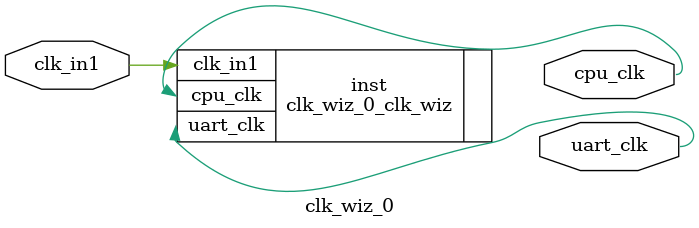
<source format=v>


`timescale 1ps/1ps

(* CORE_GENERATION_INFO = "clk_wiz_0,clk_wiz_v5_4_3_0,{component_name=clk_wiz_0,use_phase_alignment=true,use_min_o_jitter=false,use_max_i_jitter=false,use_dyn_phase_shift=false,use_inclk_switchover=false,use_dyn_reconfig=false,enable_axi=0,feedback_source=FDBK_AUTO,PRIMITIVE=PLL,num_out_clk=2,clkin1_period=10.000,clkin2_period=10.000,use_power_down=false,use_reset=false,use_locked=false,use_inclk_stopped=false,feedback_type=SINGLE,CLOCK_MGR_TYPE=NA,manual_override=false}" *)

module clk_wiz_0 
 (
  // Clock out ports
  output        cpu_clk,
  output        uart_clk,
 // Clock in ports
  input         clk_in1
 );

  clk_wiz_0_clk_wiz inst
  (
  // Clock out ports  
  .cpu_clk(cpu_clk),
  .uart_clk(uart_clk),
 // Clock in ports
  .clk_in1(clk_in1)
  );

endmodule

</source>
